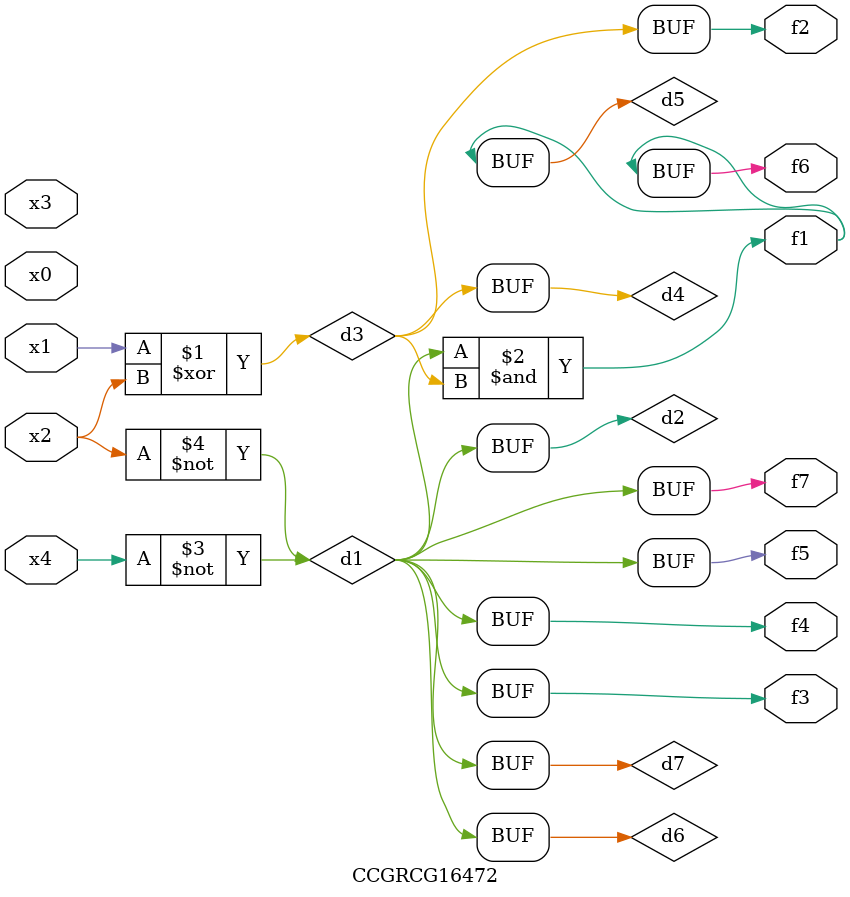
<source format=v>
module CCGRCG16472(
	input x0, x1, x2, x3, x4,
	output f1, f2, f3, f4, f5, f6, f7
);

	wire d1, d2, d3, d4, d5, d6, d7;

	not (d1, x4);
	not (d2, x2);
	xor (d3, x1, x2);
	buf (d4, d3);
	and (d5, d1, d3);
	buf (d6, d1, d2);
	buf (d7, d2);
	assign f1 = d5;
	assign f2 = d4;
	assign f3 = d7;
	assign f4 = d7;
	assign f5 = d7;
	assign f6 = d5;
	assign f7 = d7;
endmodule

</source>
